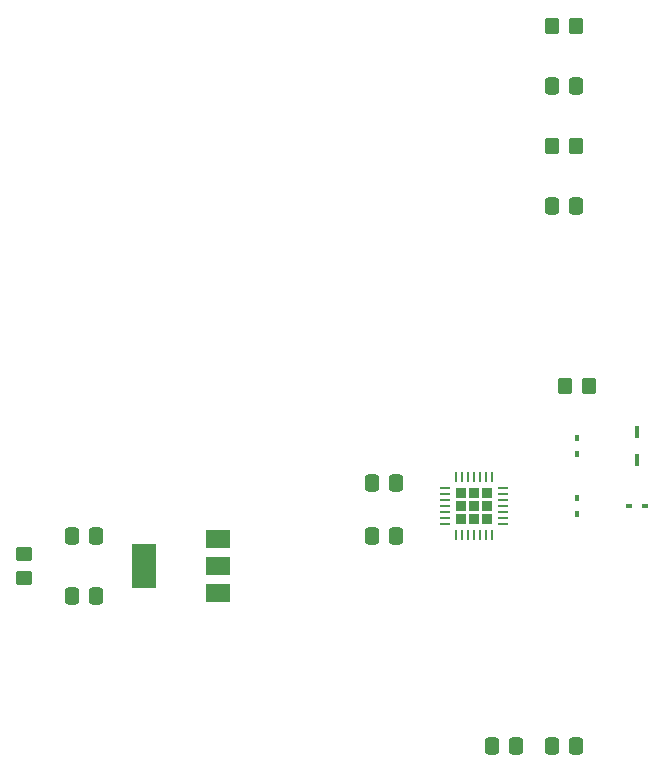
<source format=gbr>
%TF.GenerationSoftware,KiCad,Pcbnew,6.0.2+dfsg-1*%
%TF.CreationDate,2022-10-25T22:06:19-05:00*%
%TF.ProjectId,amiplanta,616d6970-6c61-46e7-9461-2e6b69636164,rev?*%
%TF.SameCoordinates,Original*%
%TF.FileFunction,Paste,Bot*%
%TF.FilePolarity,Positive*%
%FSLAX46Y46*%
G04 Gerber Fmt 4.6, Leading zero omitted, Abs format (unit mm)*
G04 Created by KiCad (PCBNEW 6.0.2+dfsg-1) date 2022-10-25 22:06:19*
%MOMM*%
%LPD*%
G01*
G04 APERTURE LIST*
G04 Aperture macros list*
%AMRoundRect*
0 Rectangle with rounded corners*
0 $1 Rounding radius*
0 $2 $3 $4 $5 $6 $7 $8 $9 X,Y pos of 4 corners*
0 Add a 4 corners polygon primitive as box body*
4,1,4,$2,$3,$4,$5,$6,$7,$8,$9,$2,$3,0*
0 Add four circle primitives for the rounded corners*
1,1,$1+$1,$2,$3*
1,1,$1+$1,$4,$5*
1,1,$1+$1,$6,$7*
1,1,$1+$1,$8,$9*
0 Add four rect primitives between the rounded corners*
20,1,$1+$1,$2,$3,$4,$5,0*
20,1,$1+$1,$4,$5,$6,$7,0*
20,1,$1+$1,$6,$7,$8,$9,0*
20,1,$1+$1,$8,$9,$2,$3,0*%
G04 Aperture macros list end*
%ADD10R,2.000000X1.500000*%
%ADD11R,2.000000X3.800000*%
%ADD12R,0.460000X1.040000*%
%ADD13RoundRect,0.250000X0.337500X0.475000X-0.337500X0.475000X-0.337500X-0.475000X0.337500X-0.475000X0*%
%ADD14RoundRect,0.250000X0.350000X0.450000X-0.350000X0.450000X-0.350000X-0.450000X0.350000X-0.450000X0*%
%ADD15RoundRect,0.250000X-0.450000X0.350000X-0.450000X-0.350000X0.450000X-0.350000X0.450000X0.350000X0*%
%ADD16R,0.400000X0.480000*%
%ADD17R,0.480000X0.400000*%
%ADD18RoundRect,0.225000X0.225000X0.225000X-0.225000X0.225000X-0.225000X-0.225000X0.225000X-0.225000X0*%
%ADD19RoundRect,0.062500X0.337500X0.062500X-0.337500X0.062500X-0.337500X-0.062500X0.337500X-0.062500X0*%
%ADD20RoundRect,0.062500X0.062500X0.337500X-0.062500X0.337500X-0.062500X-0.337500X0.062500X-0.337500X0*%
%ADD21RoundRect,0.250000X-0.337500X-0.475000X0.337500X-0.475000X0.337500X0.475000X-0.337500X0.475000X0*%
%ADD22RoundRect,0.250000X-0.350000X-0.450000X0.350000X-0.450000X0.350000X0.450000X-0.350000X0.450000X0*%
G04 APERTURE END LIST*
D10*
%TO.C,UReg1*%
X59640000Y-86600000D03*
X59640000Y-88900000D03*
D11*
X53340000Y-88900000D03*
D10*
X59640000Y-91200000D03*
%TD*%
D12*
%TO.C,DUSB1*%
X95092300Y-77550000D03*
X95092300Y-79930000D03*
%TD*%
D13*
%TO.C,Cbl2*%
X74697500Y-81830000D03*
X72622500Y-81830000D03*
%TD*%
D14*
%TO.C,Ractbl1*%
X91012300Y-73660000D03*
X89012300Y-73660000D03*
%TD*%
D15*
%TO.C,Rpw1*%
X43180000Y-87900000D03*
X43180000Y-89900000D03*
%TD*%
D16*
%TO.C,DUl2*%
X90012300Y-84480000D03*
X90012300Y-83160000D03*
%TD*%
D17*
%TO.C,DUl3*%
X95752300Y-83820000D03*
X94432300Y-83820000D03*
%TD*%
D16*
%TO.C,DUl1*%
X90012300Y-79400000D03*
X90012300Y-78080000D03*
%TD*%
D18*
%TO.C,U7*%
X80160000Y-82700000D03*
X80160000Y-84940000D03*
X80160000Y-83820000D03*
X82400000Y-82700000D03*
X81280000Y-82700000D03*
X81280000Y-84940000D03*
X81280000Y-83820000D03*
X82400000Y-84940000D03*
X82400000Y-83820000D03*
D19*
X83730000Y-82320000D03*
X83730000Y-82820000D03*
X83730000Y-83320000D03*
X83730000Y-83820000D03*
X83730000Y-84320000D03*
X83730000Y-84820000D03*
X83730000Y-85320000D03*
D20*
X82780000Y-86270000D03*
X82280000Y-86270000D03*
X81780000Y-86270000D03*
X81280000Y-86270000D03*
X80780000Y-86270000D03*
X80280000Y-86270000D03*
X79780000Y-86270000D03*
D19*
X78830000Y-85320000D03*
X78830000Y-84820000D03*
X78830000Y-84320000D03*
X78830000Y-83820000D03*
X78830000Y-83320000D03*
X78830000Y-82820000D03*
X78830000Y-82320000D03*
D20*
X79780000Y-81370000D03*
X80280000Y-81370000D03*
X80780000Y-81370000D03*
X81280000Y-81370000D03*
X81780000Y-81370000D03*
X82280000Y-81370000D03*
X82780000Y-81370000D03*
%TD*%
D13*
%TO.C,CReg2*%
X49297500Y-86360000D03*
X47222500Y-86360000D03*
%TD*%
%TO.C,Cen2*%
X89937500Y-48260000D03*
X87862500Y-48260000D03*
%TD*%
D21*
%TO.C,Cboot1*%
X87862500Y-58420000D03*
X89937500Y-58420000D03*
%TD*%
D13*
%TO.C,Camp1*%
X84857500Y-104140000D03*
X82782500Y-104140000D03*
%TD*%
D14*
%TO.C,Ren1*%
X89900000Y-43180000D03*
X87900000Y-43180000D03*
%TD*%
D13*
%TO.C,Cbl1*%
X74697500Y-86360000D03*
X72622500Y-86360000D03*
%TD*%
D22*
%TO.C,Rboot1*%
X87900000Y-53340000D03*
X89900000Y-53340000D03*
%TD*%
D13*
%TO.C,CReg1*%
X49297500Y-91440000D03*
X47222500Y-91440000D03*
%TD*%
%TO.C,Camp2*%
X89937500Y-104140000D03*
X87862500Y-104140000D03*
%TD*%
M02*

</source>
